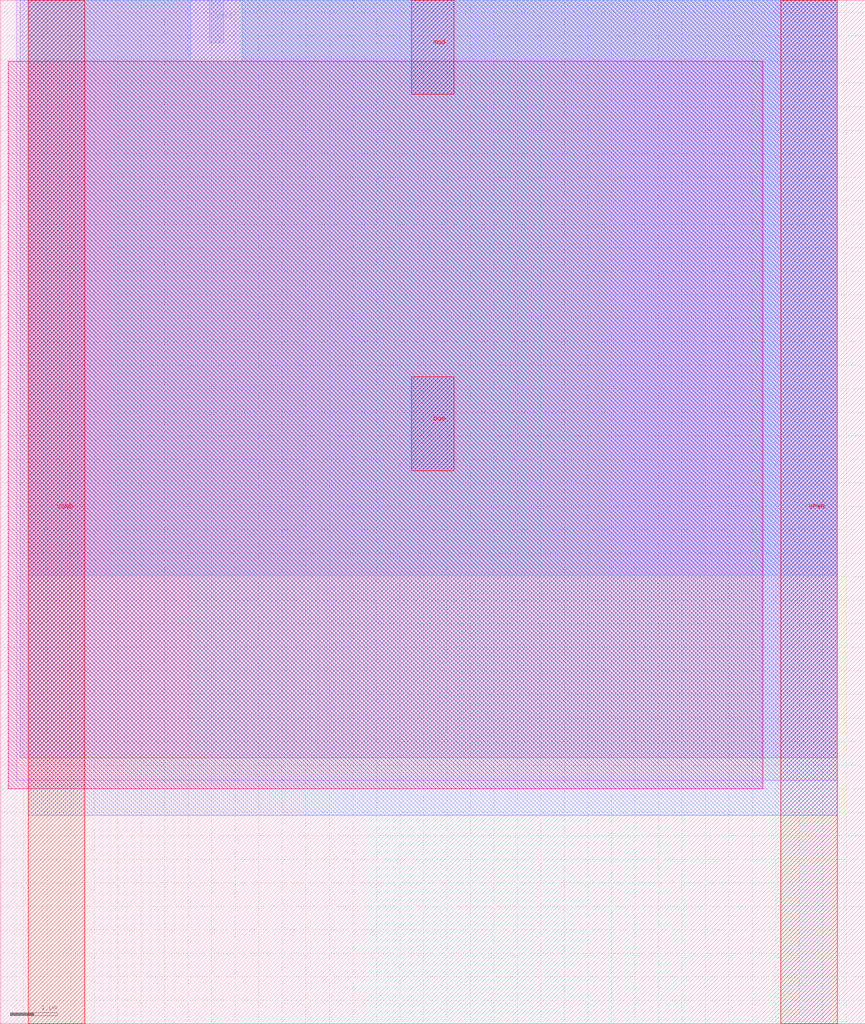
<source format=lef>
VERSION 5.7 ;
  NOWIREEXTENSIONATPIN ON ;
  DIVIDERCHAR "/" ;
  BUSBITCHARS "[]" ;
MACRO tt_asw_1v8
  CLASS BLOCK ;
  FOREIGN tt_asw_1v8 ;
  ORIGIN 0.000 0.000 ;
  SIZE 18.400 BY 21.760 ;
  PIN VGND
    DIRECTION INPUT ;
    USE GROUND ;
    PORT
      LAYER met4 ;
        RECT 0.600 0.000 1.800 21.760 ;
    END
  END VGND
  PIN VPWR
    DIRECTION INPUT ;
    USE POWER ;
    PORT
      LAYER met4 ;
        RECT 16.600 0.000 17.800 21.760 ;
    END
  END VPWR
  PIN ctrl
    DIRECTION INPUT ;
    USE SIGNAL ;
    ANTENNAGATEAREA 0.675000 ;
    PORT
      LAYER met3 ;
        RECT 4.450 20.860 4.750 21.760 ;
    END
  END ctrl
  PIN mod
    DIRECTION INOUT ;
    USE ANALOG ;
    ANTENNADIFFAREA 19.574999 ;
    PORT
      LAYER met4 ;
        RECT 8.750 19.760 9.650 21.760 ;
    END
  END mod
  PIN bus
    DIRECTION INOUT ;
    USE ANALOG ;
    ANTENNADIFFAREA 19.574999 ;
    PORT
      LAYER met4 ;
        RECT 8.750 11.760 9.650 13.760 ;
    END
  END bus
  OBS
      LAYER nwell ;
        RECT 0.170 5.000 16.220 20.460 ;
      LAYER li1 ;
        RECT 0.350 5.180 17.800 21.760 ;
      LAYER met1 ;
        RECT 0.430 5.660 17.800 21.760 ;
      LAYER met2 ;
        RECT 0.600 4.430 17.800 21.760 ;
      LAYER met3 ;
        RECT 0.600 20.460 4.050 21.760 ;
        RECT 5.150 20.460 17.800 21.760 ;
        RECT 0.600 9.540 17.800 20.460 ;
  END
END tt_asw_1v8
END LIBRARY


</source>
